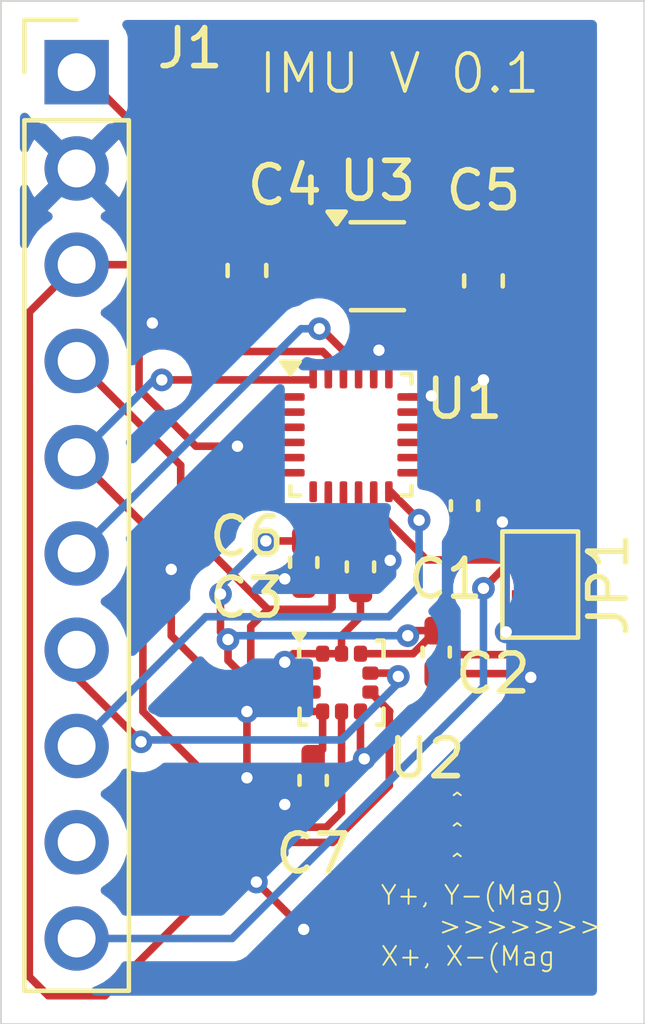
<source format=kicad_pcb>
(kicad_pcb (version 20241229) (generator "pcbnew") (generator_version "9.0")
  (title_block (title "IMU") (date "4/18/25") (rev "0.1"))
  (layers (0 "F.Cu" signal) (2 "B.Cu" signal) (13 "F.Paste" user) (15 "B.Paste" user) (5 "F.SilkS" user "F.Silkscreen") (7 "B.SilkS" user "B.Silkscreen") (1 "F.Mask" user) (3 "B.Mask" user) (25 "Edge.Cuts" user))
  (net 0 "")
  (net 1 "GND")
  (net 2 "/1.8v")
  (net 3 "Net-(U1-REGOUT)")
  (net 4 "Net-(J1-Pin_1)")
  (net 5 "/SDO")
  (net 6 "/INT2")
  (net 7 "/CS1")
  (net 8 "/FSYNC")
  (net 9 "/CS2")
  (net 10 "/INT1")
  (net 11 "/SCLK")
  (net 12 "/SDI")
  (footprint "Sensor_Motion:InvenSense_QFN-24_3x3mm_P0.4mm" (layer "F.Cu") (at 149.5 109.95)
    (property "Reference" "U1" (at 3 -0.95 0) (layer "F.SilkS"))
    (property "Value" "ICM-20948" (hide yes))
    (fp_line (start -1.6 1.6) (end -1.6 1.35) (stroke (width 0.12)) (layer "F.SilkS"))
    (fp_line (start -1.6 1.6) (end -1.35 1.6) (stroke (width 0.12)) (layer "F.SilkS"))
    (fp_line (start 1.6 -1.6) (end 1.35 -1.6) (stroke (width 0.12)) (layer "F.SilkS"))
    (fp_line (start 1.6 -1.6) (end 1.6 -1.35) (stroke (width 0.12)) (layer "F.SilkS"))
    (fp_line (start 1.6 1.6) (end 1.35 1.6) (stroke (width 0.12)) (layer "F.SilkS"))
    (fp_line (start 1.6 1.6) (end 1.6 1.35) (stroke (width 0.12)) (layer "F.SilkS"))
    (fp_poly (pts (xy -1.6 -1.6) (xy -1.84 -1.93) (xy -1.36 -1.93) (xy -1.6 -1.6)) (stroke (width 0.12)) (fill yes) (layer "F.SilkS"))
    (pad "1" smd roundrect (at -1.5 -1) (size 0.55 0.2) (layers "F.Cu" "F.Mask" "F.Paste"))
    (pad "2" smd roundrect (at -1.5 -0.6) (size 0.55 0.2) (layers "F.Cu" "F.Mask" "F.Paste"))
    (pad "3" smd roundrect (at -1.5 -0.2) (size 0.55 0.2) (layers "F.Cu" "F.Mask" "F.Paste"))
    (pad "4" smd roundrect (at -1.5 0.2) (size 0.55 0.2) (layers "F.Cu" "F.Mask" "F.Paste"))
    (pad "5" smd roundrect (at -1.5 0.6) (size 0.55 0.2) (layers "F.Cu" "F.Mask" "F.Paste"))
    (pad "6" smd roundrect (at -1.5 1) (size 0.55 0.2) (layers "F.Cu" "F.Mask" "F.Paste"))
    (pad "7" smd roundrect (at -1 1.5 90) (size 0.55 0.2) (layers "F.Cu" "F.Mask" "F.Paste"))
    (pad "8" smd roundrect (at -0.6 1.5 90) (size 0.55 0.2) (layers "F.Cu" "F.Mask" "F.Paste") (net 2 "/1.8v"))
    (pad "9" smd roundrect (at -0.2 1.5 90) (size 0.55 0.2) (layers "F.Cu" "F.Mask" "F.Paste") (net 5 "/SDO"))
    (pad "10" smd roundrect (at 0.2 1.5 90) (size 0.55 0.2) (layers "F.Cu" "F.Mask" "F.Paste") (net 3 "Net-(U1-REGOUT)"))
    (pad "11" smd roundrect (at 0.6 1.5 90) (size 0.55 0.2) (layers "F.Cu" "F.Mask" "F.Paste") (net 8 "/FSYNC"))
    (pad "12" smd roundrect (at 1 1.5 90) (size 0.55 0.2) (layers "F.Cu" "F.Mask" "F.Paste") (net 10 "/INT1"))
    (pad "13" smd roundrect (at 1.5 1) (size 0.55 0.2) (layers "F.Cu" "F.Mask" "F.Paste") (net 2 "/1.8v"))
    (pad "14" smd roundrect (at 1.5 0.6) (size 0.55 0.2) (layers "F.Cu" "F.Mask" "F.Paste"))
    (pad "15" smd roundrect (at 1.5 0.2) (size 0.55 0.2) (layers "F.Cu" "F.Mask" "F.Paste"))
    (pad "16" smd roundrect (at 1.5 -0.2) (size 0.55 0.2) (layers "F.Cu" "F.Mask" "F.Paste"))
    (pad "17" smd roundrect (at 1.5 -0.6) (size 0.55 0.2) (layers "F.Cu" "F.Mask" "F.Paste"))
    (pad "18" smd roundrect (at 1.5 -1) (size 0.55 0.2) (layers "F.Cu" "F.Mask" "F.Paste") (net 1 "GND"))
    (pad "19" smd roundrect (at 1 -1.5 90) (size 0.55 0.2) (layers "F.Cu" "F.Mask" "F.Paste"))
    (pad "20" smd roundrect (at 0.6 -1.5 90) (size 0.55 0.2) (layers "F.Cu" "F.Mask" "F.Paste") (net 1 "GND"))
    (pad "21" smd roundrect (at 0.2 -1.5 90) (size 0.55 0.2) (layers "F.Cu" "F.Mask" "F.Paste"))
    (pad "22" smd roundrect (at -0.2 -1.5 90) (size 0.55 0.2) (layers "F.Cu" "F.Mask" "F.Paste") (net 7 "/CS1"))
    (pad "23" smd roundrect (at -0.6 -1.5 90) (size 0.55 0.2) (layers "F.Cu" "F.Mask" "F.Paste") (net 11 "/SCLK"))
    (pad "24" smd roundrect (at -1 -1.5 90) (size 0.55 0.2) (layers "F.Cu" "F.Mask" "F.Paste") (net 12 "/SDI"))
  )
  (footprint "Package_TO_SOT_SMD:SOT-353_SC-70-5" (layer "F.Cu") (at 150.2 105.5)
    (property "Reference" "U3" (at 0 -2.25 0) (layer "F.SilkS"))
    (property "Value" "MIC5365-1.8YC5" (hide yes))
    (fp_line (start -0.71 -1.16) (end 0.7 -1.16) (stroke (width 0.12)) (layer "F.SilkS"))
    (fp_line (start -0.7 1.16) (end 0.7 1.16) (stroke (width 0.12)) (layer "F.SilkS"))
    (fp_poly (pts (xy -1.08 -1.11) (xy -1.32 -1.44) (xy -0.84 -1.44) (xy -1.08 -1.11)) (stroke (width 0.12)) (fill yes) (layer "F.SilkS"))
    (pad "1" smd roundrect (at -0.95 -0.65) (size 0.65 0.4) (layers "F.Cu" "F.Mask" "F.Paste") (net 4 "Net-(J1-Pin_1)"))
    (pad "2" smd roundrect (at -0.95 0) (size 0.65 0.4) (layers "F.Cu" "F.Mask" "F.Paste") (net 1 "GND"))
    (pad "3" smd roundrect (at -0.95 0.65) (size 0.65 0.4) (layers "F.Cu" "F.Mask" "F.Paste") (net 4 "Net-(J1-Pin_1)"))
    (pad "4" smd roundrect (at 0.95 0.65) (size 0.65 0.4) (layers "F.Cu" "F.Mask" "F.Paste"))
    (pad "5" smd roundrect (at 0.95 -0.65) (size 0.65 0.4) (layers "F.Cu" "F.Mask" "F.Paste") (net 2 "/1.8v"))
  )
  (footprint "Capacitor_SMD:C_0402_1005Metric_Pad0.74x0.62mm_HandSolder" (layer "F.Cu") (at 148.25 113.3175 -90)
    (property "Reference" "C6" (at -0.6825 1.5 180) (layer "F.SilkS"))
    (property "Value" "0.1uf" (hide yes))
    (fp_line (start -0.115835 0.36) (end 0.115835 0.36) (stroke (width 0.12)) (layer "F.SilkS"))
    (fp_line (start -0.115835 -0.36) (end 0.115835 -0.36) (stroke (width 0.12)) (layer "F.SilkS"))
    (pad "1" smd roundrect (at -0.5675 0 270) (size 0.735 0.62) (layers "F.Cu" "F.Mask" "F.Paste") (net 2 "/1.8v"))
    (pad "2" smd roundrect (at 0.5675 0 270) (size 0.735 0.62) (layers "F.Cu" "F.Mask" "F.Paste") (net 1 "GND"))
  )
  (footprint "Capacitor_SMD:C_0603_1608Metric_Pad1.08x0.95mm_HandSolder" (layer "F.Cu") (at 146.75 105.6125 -90)
    (property "Reference" "C4" (at -2.25 -1 180) (layer "F.SilkS"))
    (property "Value" "1uf" (hide yes))
    (fp_line (start -0.146267 0.51) (end 0.146267 0.51) (stroke (width 0.12)) (layer "F.SilkS"))
    (fp_line (start -0.146267 -0.51) (end 0.146267 -0.51) (stroke (width 0.12)) (layer "F.SilkS"))
    (pad "1" smd roundrect (at -0.8625 0 270) (size 1.075 0.95) (layers "F.Cu" "F.Mask" "F.Paste") (net 4 "Net-(J1-Pin_1)"))
    (pad "2" smd roundrect (at 0.8625 0 270) (size 1.075 0.95) (layers "F.Cu" "F.Mask" "F.Paste") (net 1 "GND"))
  )
  (footprint "Capacitor_SMD:C_0402_1005Metric_Pad0.74x0.62mm_HandSolder" (layer "F.Cu") (at 151.75 115.6825 -90)
    (property "Reference" "C2" (at 0.5675 -1.5 180) (layer "F.SilkS"))
    (property "Value" "0.1uf" (hide yes))
    (fp_line (start -0.115835 0.36) (end 0.115835 0.36) (stroke (width 0.12)) (layer "F.SilkS"))
    (fp_line (start -0.115835 -0.36) (end 0.115835 -0.36) (stroke (width 0.12)) (layer "F.SilkS"))
    (pad "1" smd roundrect (at -0.5675 0 270) (size 0.735 0.62) (layers "F.Cu" "F.Mask" "F.Paste") (net 2 "/1.8v"))
    (pad "2" smd roundrect (at 0.5675 0 270) (size 0.735 0.62) (layers "F.Cu" "F.Mask" "F.Paste") (net 1 "GND"))
  )
  (footprint "Capacitor_SMD:C_0603_1608Metric_Pad1.08x0.95mm_HandSolder" (layer "F.Cu") (at 153 105.8875 -90)
    (property "Reference" "C5" (at -2.3875 0 180) (layer "F.SilkS"))
    (property "Value" "1uf" (hide yes))
    (fp_line (start -0.146267 0.51) (end 0.146267 0.51) (stroke (width 0.12)) (layer "F.SilkS"))
    (fp_line (start -0.146267 -0.51) (end 0.146267 -0.51) (stroke (width 0.12)) (layer "F.SilkS"))
    (pad "1" smd roundrect (at -0.8625 0 270) (size 1.075 0.95) (layers "F.Cu" "F.Mask" "F.Paste") (net 2 "/1.8v"))
    (pad "2" smd roundrect (at 0.8625 0 270) (size 1.075 0.95) (layers "F.Cu" "F.Mask" "F.Paste") (net 1 "GND"))
  )
  (footprint "Package_LGA:ST_HLGA-10_2x2mm_P0.5mm_LayoutBorder3x2y" (layer "F.Cu") (at 149.25 116.4875)
    (property "Reference" "U2" (at 2.25 2 0) (layer "F.SilkS"))
    (property "Value" "~" (hide yes))
    (fp_line (start -1.12 -0.685) (end -1.12 -0.88) (stroke (width 0.12)) (layer "F.SilkS"))
    (fp_line (start -1.11 1.11) (end -1.11 0.685) (stroke (width 0.12)) (layer "F.SilkS"))
    (fp_line (start -0.935 1.11) (end -1.11 1.11) (stroke (width 0.12)) (layer "F.SilkS"))
    (fp_line (start 0.935 -1.11) (end 1.11 -1.11) (stroke (width 0.12)) (layer "F.SilkS"))
    (fp_line (start 0.935 1.11) (end 1.11 1.11) (stroke (width 0.12)) (layer "F.SilkS"))
    (fp_line (start 1.11 -1.11) (end 1.11 -0.685) (stroke (width 0.12)) (layer "F.SilkS"))
    (fp_line (start 1.11 1.11) (end 1.11 0.685) (stroke (width 0.12)) (layer "F.SilkS"))
    (fp_poly (pts (xy -1.12 -1.12) (xy -1.26 -1.31) (xy -0.98 -1.31)) (stroke (width 0.12)) (fill yes) (layer "F.SilkS"))
    (pad "1" smd roundrect (at 0.7625 -0.25) (size 0.425 0.35) (layers "F.Cu" "F.Mask" "F.Paste") (net 9 "/CS2"))
    (pad "2" smd roundrect (at 0.7625 0.25) (size 0.425 0.35) (layers "F.Cu" "F.Mask" "F.Paste") (net 11 "/SCLK"))
    (pad "3" smd roundrect (at 0.5 0.7625) (size 0.35 0.425) (layers "F.Cu" "F.Mask" "F.Paste") (net 1 "GND"))
    (pad "4" smd roundrect (at 0 0.7625) (size 0.35 0.425) (layers "F.Cu" "F.Mask" "F.Paste") (net 12 "/SDI"))
    (pad "5" smd roundrect (at -0.5 0.7625) (size 0.35 0.425) (layers "F.Cu" "F.Mask" "F.Paste") (net 2 "/1.8v"))
    (pad "6" smd roundrect (at -0.7625 0.25) (size 0.425 0.35) (layers "F.Cu" "F.Mask" "F.Paste") (net 5 "/SDO"))
    (pad "7" smd roundrect (at -0.7625 -0.25) (size 0.425 0.35) (layers "F.Cu" "F.Mask" "F.Paste"))
    (pad "8" smd roundrect (at -0.5 -0.7625) (size 0.35 0.425) (layers "F.Cu" "F.Mask" "F.Paste") (net 1 "GND"))
    (pad "9" smd roundrect (at 0 -0.7625) (size 0.35 0.425) (layers "F.Cu" "F.Mask" "F.Paste") (net 1 "GND"))
    (pad "10" smd roundrect (at 0.5 -0.7625) (size 0.35 0.425) (layers "F.Cu" "F.Mask" "F.Paste") (net 2 "/1.8v"))
  )
  (footprint "Capacitor_SMD:C_0402_1005Metric_Pad0.74x0.62mm_HandSolder" (layer "F.Cu") (at 152.5 111.8175 -90)
    (property "Reference" "C1" (at 1.9325 0.5 0) (layer "F.SilkS"))
    (property "Value" "0.1uf" (hide yes))
    (fp_line (start -0.115835 0.36) (end 0.115835 0.36) (stroke (width 0.12)) (layer "F.SilkS"))
    (fp_line (start -0.115835 -0.36) (end 0.115835 -0.36) (stroke (width 0.12)) (layer "F.SilkS"))
    (pad "1" smd roundrect (at -0.5675 0 270) (size 0.735 0.62) (layers "F.Cu" "F.Mask" "F.Paste") (net 2 "/1.8v"))
    (pad "2" smd roundrect (at 0.5675 0 270) (size 0.735 0.62) (layers "F.Cu" "F.Mask" "F.Paste") (net 1 "GND"))
  )
  (footprint "Jumper:SolderJumper-2_P1.3mm_Open_Pad1.0x1.5mm" (layer "F.Cu") (at 154.5 113.9 -90)
    (property "Reference" "JP1" (at 0 -1.8 90) (layer "F.SilkS"))
    (property "Value" "SolderJumper_2_Open" (hide yes))
    (fp_line (start -1.4 1) (end -1.4 -1) (stroke (width 0.12)) (layer "F.SilkS"))
    (fp_line (start 1.4 1) (end -1.4 1) (stroke (width 0.12)) (layer "F.SilkS"))
    (fp_line (start -1.4 -1) (end 1.4 -1) (stroke (width 0.12)) (layer "F.SilkS"))
    (fp_line (start 1.4 -1) (end 1.4 1) (stroke (width 0.12)) (layer "F.SilkS"))
    (pad "1" smd rect (at -0.65 0 270) (size 1 1.5) (layers "F.Cu" "F.Mask") (net 8 "/FSYNC"))
    (pad "2" smd rect (at 0.65 0 270) (size 1 1.5) (layers "F.Cu" "F.Mask") (net 1 "GND"))
  )
  (footprint "Capacitor_SMD:C_0402_1005Metric_Pad0.74x0.62mm_HandSolder" (layer "F.Cu") (at 148.5 119.0675 -90)
    (property "Reference" "C7" (at 1.9325 0 0) (layer "F.SilkS"))
    (property "Value" "0.1uf" (hide yes))
    (fp_line (start -0.115835 0.36) (end 0.115835 0.36) (stroke (width 0.12)) (layer "F.SilkS"))
    (fp_line (start -0.115835 -0.36) (end 0.115835 -0.36) (stroke (width 0.12)) (layer "F.SilkS"))
    (pad "1" smd roundrect (at -0.5675 0 270) (size 0.735 0.62) (layers "F.Cu" "F.Mask" "F.Paste") (net 2 "/1.8v"))
    (pad "2" smd roundrect (at 0.5675 0 270) (size 0.735 0.62) (layers "F.Cu" "F.Mask" "F.Paste") (net 1 "GND"))
  )
  (footprint "Capacitor_SMD:C_0402_1005Metric_Pad0.74x0.62mm_HandSolder" (layer "F.Cu") (at 149.75 113.4325 -90)
    (property "Reference" "C3" (at 0.8175 3 180) (layer "F.SilkS"))
    (property "Value" "0.1uf" (hide yes))
    (fp_line (start -0.115835 0.36) (end 0.115835 0.36) (stroke (width 0.12)) (layer "F.SilkS"))
    (fp_line (start -0.115835 -0.36) (end 0.115835 -0.36) (stroke (width 0.12)) (layer "F.SilkS"))
    (pad "1" smd roundrect (at -0.5675 0 270) (size 0.735 0.62) (layers "F.Cu" "F.Mask" "F.Paste") (net 3 "Net-(U1-REGOUT)"))
    (pad "2" smd roundrect (at 0.5675 0 270) (size 0.735 0.62) (layers "F.Cu" "F.Mask" "F.Paste") (net 1 "GND"))
  )
  (footprint "Connector_PinHeader_2.54mm:PinHeader_1x10_P2.54mm_Vertical" (layer "F.Cu") (at 142.25 100.38)
    (property "Reference" "J1" (at 3 -0.63 0) (layer "F.SilkS"))
    (property "Value" "Pin Bus" (hide yes))
    (fp_line (start -1.38 -1.38) (end 0 -1.38) (stroke (width 0.12)) (layer "F.SilkS"))
    (fp_line (start -1.38 0) (end -1.38 -1.38) (stroke (width 0.12)) (layer "F.SilkS"))
    (fp_line (start -1.38 1.27) (end -1.38 24.24) (stroke (width 0.12)) (layer "F.SilkS"))
    (fp_line (start -1.38 1.27) (end 1.38 1.27) (stroke (width 0.12)) (layer "F.SilkS"))
    (fp_line (start -1.38 24.24) (end 1.38 24.24) (stroke (width 0.12)) (layer "F.SilkS"))
    (fp_line (start 1.38 1.27) (end 1.38 24.24) (stroke (width 0.12)) (layer "F.SilkS"))
    (pad "1" thru_hole rect (at 0 0) (size 1.7 1.7) (drill 1) (layers "*.Cu" "*.Mask") (net 4 "Net-(J1-Pin_1)"))
    (pad "2" thru_hole circle (at 0 2.54) (size 1.7 1.7) (drill 1) (layers "*.Cu" "*.Mask") (net 1 "GND"))
    (pad "3" thru_hole circle (at 0 5.08) (size 1.7 1.7) (drill 1) (layers "*.Cu" "*.Mask") (net 11 "/SCLK"))
    (pad "4" thru_hole circle (at 0 7.62) (size 1.7 1.7) (drill 1) (layers "*.Cu" "*.Mask") (net 5 "/SDO"))
    (pad "5" thru_hole circle (at 0 10.16) (size 1.7 1.7) (drill 1) (layers "*.Cu" "*.Mask") (net 12 "/SDI"))
    (pad "6" thru_hole circle (at 0 12.7) (size 1.7 1.7) (drill 1) (layers "*.Cu" "*.Mask") (net 7 "/CS1"))
    (pad "7" thru_hole circle (at 0 15.24) (size 1.7 1.7) (drill 1) (layers "*.Cu" "*.Mask") (net 9 "/CS2"))
    (pad "8" thru_hole circle (at 0 17.78) (size 1.7 1.7) (drill 1) (layers "*.Cu" "*.Mask") (net 10 "/INT1"))
    (pad "9" thru_hole circle (at 0 20.32) (size 1.7 1.7) (drill 1) (layers "*.Cu" "*.Mask") (net 6 "/INT2"))
    (pad "10" thru_hole circle (at 0 22.86) (size 1.7 1.7) (drill 1) (layers "*.Cu" "*.Mask") (net 8 "/FSYNC"))
  )
  (gr_rect (start 140.25 98.5) (end 157.25 125.5) (stroke (width 0.05)) (fill no) (layer "Edge.Cuts"))
  (gr_text "IMU V 0.1" (at 147 101 0) (layer "F.SilkS") (effects (font (size 1 1) (thickness 0.1)) (justify left bottom)))
  (gr_text "   	^\n	^\n	^\nY+, Y-(Mag)\n    >>>>>>>\nX+, X-(Mag" (at 150.25 124 0) (layer "F.SilkS") (effects (font (size 0.5 0.5) (thickness 0.05)) (justify left bottom)))
  (segment (start 142.25 102.92) (end 145.805 106.475) (width 0.2) (layer "F.Cu") (net 1))
  (segment (start 149.25 115.725) (end 149.25 115.25) (width 0.2) (layer "F.Cu") (net 1))
  (segment (start 147.725 105.5) (end 149.25 105.5) (width 0.2) (layer "F.Cu") (net 1))
  (segment (start 147.885 113.885) (end 147.75 113.75) (width 0.2) (layer "F.Cu") (net 1))
  (segment (start 154.2 114.55) (end 153.6 115.15) (width 0.2) (layer "F.Cu") (net 1))
  (segment (start 149.25 115.25) (end 149.75 114.75) (width 0.2) (layer "F.Cu") (net 1))
  (segment (start 143.899 107.351) (end 144.25 107) (width 0.2) (layer "F.Cu") (net 1))
  (segment (start 149.75 117.25) (end 149.75 118.4) (width 0.2) (layer "F.Cu") (net 1))
  (segment (start 149.75 114) (end 149.797511 114) (width 0.2) (layer "F.Cu") (net 1))
  (segment (start 143.899 108.748943) (end 143.899 107.351) (width 0.2) (layer "F.Cu") (net 1))
  (segment (start 154.5 114.55) (end 154.2 114.55) (width 0.2) (layer "F.Cu") (net 1))
  (segment (start 150.1 108.45) (end 150.1 107.854501) (width 0.2) (layer "F.Cu") (net 1))
  (segment (start 151.75 116.25) (end 154.15 116.25) (width 0.2) (layer "F.Cu") (net 1))
  (segment (start 148.5 119.635) (end 147.8185 119.635) (width 0.2) (layer "F.Cu") (net 1))
  (segment (start 144.75 115.25) (end 144.75 113.5) (width 0.2) (layer "F.Cu") (net 1))
  (segment (start 149.75 114.75) (end 149.75 114) (width 0.2) (layer "F.Cu") (net 1))
  (segment (start 148.25 113.885) (end 147.885 113.885) (width 0.2) (layer "F.Cu") (net 1))
  (segment (start 151 108.95) (end 151.594056 108.95) (width 0.2) (layer "F.Cu") (net 1))
  (segment (start 146.75 106.475) (end 147.725 105.5) (width 0.2) (layer "F.Cu") (net 1))
  (segment (start 154.15 116.25) (end 154.25 116.35) (width 0.2) (layer "F.Cu") (net 1))
  (segment (start 149.75 118.4) (end 149.85 118.5) (width 0.2) (layer "F.Cu") (net 1))
  (segment (start 153 108.5) (end 153 106.75) (width 0.2) (layer "F.Cu") (net 1))
  (segment (start 153.5 112.25) (end 152.635 112.25) (width 0.2) (layer "F.Cu") (net 1))
  (segment (start 148.75 115.725) (end 149.25 115.725) (width 0.2) (layer "F.Cu") (net 1))
  (segment (start 147.8185 119.635) (end 147.75 119.7035) (width 0.2) (layer "F.Cu") (net 1))
  (segment (start 150.1 107.854501) (end 150.238107 107.716394) (width 0.2) (layer "F.Cu") (net 1))
  (segment (start 146.75 119) (end 146.75 117.25) (width 0.2) (layer "F.Cu") (net 1))
  (segment (start 151.594056 108.95) (end 151.624001 108.920055) (width 0.2) (layer "F.Cu") (net 1))
  (segment (start 148.75 115.725) (end 147.974029 115.725) (width 0.2) (layer "F.Cu") (net 1))
  (segment (start 152.635 112.25) (end 152.5 112.385) (width 0.2) (layer "F.Cu") (net 1))
  (segment (start 147.974029 115.725) (end 147.75 115.949029) (width 0.2) (layer "F.Cu") (net 1))
  (segment (start 148.25 123) (end 147 121.75) (width 0.2) (layer "F.Cu") (net 1))
  (segment (start 149.797511 114) (end 150.535337 113.262174) (width 0.2) (layer "F.Cu") (net 1))
  (segment (start 146.5 110.25) (end 145.400057 110.25) (width 0.2) (layer "F.Cu") (net 1))
  (segment (start 145.805 106.475) (end 146.75 106.475) (width 0.2) (layer "F.Cu") (net 1))
  (segment (start 145.400057 110.25) (end 143.899 108.748943) (width 0.2) (layer "F.Cu") (net 1))
  (segment (start 146.75 117.25) (end 144.75 115.25) (width 0.2) (layer "F.Cu") (net 1))
  (via (at 146.75 119) (size 0.6) (drill 0.3) (layers "F.Cu" "B.Cu") (net 1))
  (via (at 148.25 123) (size 0.6) (drill 0.3) (layers "F.Cu" "B.Cu") (net 1))
  (via (at 146.5 110.25) (size 0.6) (drill 0.3) (layers "F.Cu" "B.Cu") (net 1))
  (via (at 146.75 117.25) (size 0.6) (drill 0.3) (layers "F.Cu" "B.Cu") (net 1))
  (via (at 144.75 113.5) (size 0.6) (drill 0.3) (layers "F.Cu" "B.Cu") (net 1))
  (via (at 147.75 113.75) (size 0.6) (drill 0.3) (layers "F.Cu" "B.Cu") (net 1))
  (via (at 147.75 119.7035) (size 0.6) (drill 0.3) (layers "F.Cu" "B.Cu") (net 1))
  (via (at 147.75 115.949029) (size 0.6) (drill 0.3) (layers "F.Cu" "B.Cu") (net 1))
  (via (at 151.624001 108.920055) (size 0.6) (drill 0.3) (layers "F.Cu" "B.Cu") (net 1))
  (via (at 147 121.75) (size 0.6) (drill 0.3) (layers "F.Cu" "B.Cu") (net 1))
  (via (at 149.85 118.5) (size 0.6) (drill 0.3) (layers "F.Cu" "B.Cu") (net 1))
  (via (at 144.25 107) (size 0.6) (drill 0.3) (layers "F.Cu" "B.Cu") (net 1))
  (via (at 153.6 115.15) (size 0.6) (drill 0.3) (layers "F.Cu" "B.Cu") (net 1))
  (via (at 153 108.5) (size 0.6) (drill 0.3) (layers "F.Cu" "B.Cu") (net 1))
  (via (at 150.535337 113.262174) (size 0.6) (drill 0.3) (layers "F.Cu" "B.Cu") (net 1))
  (via (at 150.238107 107.716394) (size 0.6) (drill 0.3) (layers "F.Cu" "B.Cu") (net 1))
  (via (at 153.5 112.25) (size 0.6) (drill 0.3) (layers "F.Cu" "B.Cu") (net 1))
  (via (at 154.25 116.35) (size 0.6) (drill 0.3) (layers "F.Cu" "B.Cu") (net 1))
  (segment (start 154.25 116.35) (end 154.1 116.5) (width 0.2) (layer "B.Cu") (net 1))
  (segment (start 147 121.75) (end 147.75 121) (width 0.2) (layer "B.Cu") (net 1))
  (segment (start 147.75 116.25) (end 146.75 117.25) (width 0.2) (layer "B.Cu") (net 1))
  (segment (start 147.75 115.949029) (end 147.75 116.25) (width 0.2) (layer "B.Cu") (net 1))
  (segment (start 147.75 121) (end 147.75 119.7035) (width 0.2) (layer "B.Cu") (net 1))
  (segment (start 153.6 112.35) (end 153.5 112.25) (width 0.2) (layer "B.Cu") (net 1))
  (segment (start 149.85 118.5) (end 148.6465 119.7035) (width 0.2) (layer "B.Cu") (net 1))
  (segment (start 148.6465 119.7035) (end 147.75 119.7035) (width 0.2) (layer "B.Cu") (net 1))
  (segment (start 153.6 115.15) (end 153.6 112.35) (width 0.2) (layer "B.Cu") (net 1))
  (segment (start 151.75 115.115) (end 151.135 115.115) (width 0.2) (layer "F.Cu") (net 2))
  (segment (start 147.299972 116.950029) (end 147.868581 116.950029) (width 0.2) (layer "F.Cu") (net 2))
  (segment (start 151.135 115.115) (end 151 115.25) (width 0.2) (layer "F.Cu") (net 2))
  (segment (start 148.75 117.25) (end 148.75 118.25) (width 0.2) (layer "F.Cu") (net 2))
  (segment (start 146.051472 114.15) (end 146.051472 115.151472) (width 0.2) (layer "F.Cu") (net 2))
  (segment (start 148.168552 117.25) (end 148.75 117.25) (width 0.2) (layer "F.Cu") (net 2))
  (segment (start 152.224 105.801) (end 152.224 110.974) (width 0.2) (layer "F.Cu") (net 2))
  (segment (start 147.868581 116.950029) (end 148.168552 117.25) (width 0.2) (layer "F.Cu") (net 2))
  (segment (start 146.25 115.35) (end 146.25 115.900057) (width 0.2) (layer "F.Cu") (net 2))
  (segment (start 146.051472 115.151472) (end 146.25 115.35) (width 0.2) (layer "F.Cu") (net 2))
  (segment (start 152.5 111.25) (end 154.352 111.25) (width 0.2) (layer "F.Cu") (net 2))
  (segment (start 148.9 111.85) (end 148.25 112.5) (width 0.2) (layer "F.Cu") (net 2))
  (segment (start 148.75 118.25) (end 148.5 118.5) (width 0.2) (layer "F.Cu") (net 2))
  (segment (start 151.15 104.85) (end 152.825 104.85) (width 0.2) (layer "F.Cu") (net 2))
  (segment (start 152.825 104.85) (end 153 105.025) (width 0.2) (layer "F.Cu") (net 2))
  (segment (start 148.25 112.5) (end 148.25 112.75) (width 0.2) (layer "F.Cu") (net 2))
  (segment (start 153 105.025) (end 152.224 105.801) (width 0.2) (layer "F.Cu") (net 2))
  (segment (start 149.75 115.725) (end 151.14 115.725) (width 0.2) (layer "F.Cu") (net 2))
  (segment (start 151 110.95) (end 152.2 110.95) (width 0.2) (layer "F.Cu") (net 2))
  (segment (start 154.352 111.25) (end 155.75 112.648) (width 0.2) (layer "F.Cu") (net 2))
  (segment (start 155.75 115.75) (end 152.385 115.75) (width 0.2) (layer "F.Cu") (net 2))
  (segment (start 152.224 110.974) (end 152.5 111.25) (width 0.2) (layer "F.Cu") (net 2))
  (segment (start 146.25 115.900057) (end 147.299972 116.950029) (width 0.2) (layer "F.Cu") (net 2))
  (segment (start 147.25 112.75) (end 148.25 112.75) (width 0.2) (layer "F.Cu") (net 2))
  (segment (start 151.14 115.725) (end 151.75 115.115) (width 0.2) (layer "F.Cu") (net 2))
  (segment (start 152.2 110.95) (end 152.5 111.25) (width 0.2) (layer "F.Cu") (net 2))
  (segment (start 155.75 112.648) (end 155.75 115.75) (width 0.2) (layer "F.Cu") (net 2))
  (segment (start 152.385 115.75) (end 151.75 115.115) (width 0.2) (layer "F.Cu") (net 2))
  (segment (start 148.9 111.45) (end 148.9 111.85) (width 0.2) (layer "F.Cu") (net 2))
  (via (at 147.25 112.75) (size 0.6) (drill 0.3) (layers "F.Cu" "B.Cu") (net 2))
  (via (at 146.25 115.35) (size 0.6) (drill 0.3) (layers "F.Cu" "B.Cu") (net 2))
  (via (at 151 115.25) (size 0.6) (drill 0.3) (layers "F.Cu" "B.Cu") (net 2))
  (via (at 146.051472 114.15) (size 0.6) (drill 0.3) (layers "F.Cu" "B.Cu") (net 2))
  (segment (start 146.35 115.25) (end 146.25 115.35) (width 0.2) (layer "B.Cu") (net 2))
  (segment (start 146.051472 113.948528) (end 147.25 112.75) (width 0.2) (layer "B.Cu") (net 2))
  (segment (start 151 115.25) (end 146.35 115.25) (width 0.2) (layer "B.Cu") (net 2))
  (segment (start 146.051472 114.15) (end 146.051472 113.948528) (width 0.2) (layer "B.Cu") (net 2))
  (segment (start 149.7 112.815) (end 149.75 112.865) (width 0.2) (layer "F.Cu") (net 3))
  (segment (start 149.7 111.45) (end 149.7 112.815) (width 0.2) (layer "F.Cu") (net 3))
  (segment (start 149.49487 106.15) (end 149.876 105.76887) (width 0.2) (layer "F.Cu") (net 4))
  (segment (start 149.25 106.15) (end 149.49487 106.15) (width 0.2) (layer "F.Cu") (net 4))
  (segment (start 142.25 100.38) (end 142.38 100.38) (width 0.2) (layer "F.Cu") (net 4))
  (segment (start 149.15 104.75) (end 149.25 104.85) (width 0.2) (layer "F.Cu") (net 4))
  (segment (start 149.876 105.76887) (end 149.876 105.076) (width 0.2) (layer "F.Cu") (net 4))
  (segment (start 142.38 100.38) (end 146.75 104.75) (width 0.2) (layer "F.Cu") (net 4))
  (segment (start 146.75 104.75) (end 149.15 104.75) (width 0.2) (layer "F.Cu") (net 4))
  (segment (start 149.65 104.85) (end 149.25 104.85) (width 0.2) (layer "F.Cu") (net 4))
  (segment (start 149.876 105.076) (end 149.65 104.85) (width 0.2) (layer "F.Cu") (net 4))
  (segment (start 148.9465 114.5535) (end 147.3035 114.5535) (width 0.2) (layer "F.Cu") (net 5))
  (segment (start 148.4875 116.7375) (end 148.223152 116.7375) (width 0.2) (layer "F.Cu") (net 5))
  (segment (start 148.034681 116.549029) (end 147.466072 116.549029) (width 0.2) (layer "F.Cu") (net 5))
  (segment (start 147.3035 114.5535) (end 145 112.25) (width 0.2) (layer "F.Cu") (net 5))
  (segment (start 149 114.5) (end 148.9465 114.5535) (width 0.2) (layer "F.Cu") (net 5))
  (segment (start 149 112.5) (end 149 114.5) (width 0.2) (layer "F.Cu") (net 5))
  (segment (start 146.851 115.006) (end 147.3035 114.5535) (width 0.2) (layer "F.Cu") (net 5))
  (segment (start 146.851 115.933957) (end 146.851 115.006) (width 0.2) (layer "F.Cu") (net 5))
  (segment (start 147.466072 116.549029) (end 146.851 115.933957) (width 0.2) (layer "F.Cu") (net 5))
  (segment (start 149.3 112.2) (end 149 112.5) (width 0.2) (layer "F.Cu") (net 5))
  (segment (start 149.3 111.45) (end 149.3 112.2) (width 0.2) (layer "F.Cu") (net 5))
  (segment (start 148.223152 116.7375) (end 148.034681 116.549029) (width 0.2) (layer "F.Cu") (net 5))
  (segment (start 145 110.75) (end 142.25 108) (width 0.2) (layer "F.Cu") (net 5))
  (segment (start 145 112.25) (end 145 110.75) (width 0.2) (layer "F.Cu") (net 5))
  (segment (start 149.3 108.45) (end 149.3 108.0671) (width 0.2) (layer "F.Cu") (net 7))
  (segment (start 149.3 108.0671) (end 149.301 108.0661) (width 0.2) (layer "F.Cu") (net 7))
  (segment (start 148.7171 107.15) (end 148.662541 107.15) (width 0.2) (layer "F.Cu") (net 7))
  (segment (start 149.301 107.7339) (end 148.7171 107.15) (width 0.2) (layer "F.Cu") (net 7))
  (segment (start 149.301 108.0661) (end 149.301 107.7339) (width 0.2) (layer "F.Cu") (net 7))
  (via (at 148.662541 107.15) (size 0.6) (drill 0.3) (layers "F.Cu" "B.Cu") (net 7))
  (segment (start 148.18 107.15) (end 148.662541 107.15) (width 0.2) (layer "B.Cu") (net 7))
  (segment (start 142.25 113.08) (end 148.18 107.15) (width 0.2) (layer "B.Cu") (net 7))
  (segment (start 153.75 113.25) (end 153 114) (width 0.2) (layer "F.Cu") (net 8))
  (segment (start 151.5 113.25) (end 154.5 113.25) (width 0.2) (layer "F.Cu") (net 8))
  (segment (start 150.1 111.45) (end 150.1 111.85) (width 0.2) (layer "F.Cu") (net 8))
  (segment (start 150.1 111.85) (end 151.5 113.25) (width 0.2) (layer "F.Cu") (net 8))
  (segment (start 154.5 113.25) (end 153.75 113.25) (width 0.2) (layer "F.Cu") (net 8))
  (via (at 153 114) (size 0.6) (drill 0.3) (layers "F.Cu" "B.Cu") (net 8))
  (segment (start 146.359943 123.24) (end 142.25 123.24) (width 0.2) (layer "B.Cu") (net 8))
  (segment (start 153 116.599943) (end 146.359943 123.24) (width 0.2) (layer "B.Cu") (net 8))
  (segment (start 153 114) (end 153 116.599943) (width 0.2) (layer "B.Cu") (net 8))
  (segment (start 150.0125 116.2375) (end 150.6625 116.2375) (width 0.2) (layer "F.Cu") (net 9))
  (segment (start 150.6625 116.2375) (end 150.75 116.325) (width 0.2) (layer "F.Cu") (net 9))
  (segment (start 142.25 116.34853) (end 142.25 115.62) (width 0.2) (layer "F.Cu") (net 9))
  (segment (start 143.950735 118.049265) (end 142.25 116.34853) (width 0.2) (layer "F.Cu") (net 9))
  (via (at 150.75 116.325) (size 0.6) (drill 0.3) (layers "F.Cu" "B.Cu") (net 9))
  (via (at 143.950735 118.049265) (size 0.6) (drill 0.3) (layers "F.Cu" "B.Cu") (net 9))
  (segment (start 150.75 116.5) (end 149.25 118) (width 0.2) (layer "B.Cu") (net 9))
  (segment (start 150.75 116.325) (end 150.75 116.5) (width 0.2) (layer "B.Cu") (net 9))
  (segment (start 149.25 118) (end 144 118) (width 0.2) (layer "B.Cu") (net 9))
  (segment (start 144 118) (end 143.950735 118.049265) (width 0.2) (layer "B.Cu") (net 9))
  (segment (start 150.54853 111.45) (end 151.299265 112.200735) (width 0.2) (layer "F.Cu") (net 10))
  (segment (start 150.5 111.45) (end 150.54853 111.45) (width 0.2) (layer "F.Cu") (net 10))
  (via (at 151.299265 112.200735) (size 0.6) (drill 0.3) (layers "F.Cu" "B.Cu") (net 10))
  (segment (start 150.5 114.75) (end 145.66 114.75) (width 0.2) (layer "B.Cu") (net 10))
  (segment (start 151.299265 113.950735) (end 150.5 114.75) (width 0.2) (layer "B.Cu") (net 10))
  (segment (start 151.299265 112.200735) (end 151.299265 113.950735) (width 0.2) (layer "B.Cu") (net 10))
  (segment (start 145.66 114.75) (end 142.25 118.16) (width 0.2) (layer "B.Cu") (net 10))
  (segment (start 147.0455 120.7045) (end 143 124.75) (width 0.2) (layer "F.Cu") (net 11))
  (segment (start 148.75 107.75) (end 146.25 107.75) (width 0.2) (layer "F.Cu") (net 11))
  (segment (start 146.25 107.75) (end 143.96 105.46) (width 0.2) (layer "F.Cu") (net 11))
  (segment (start 148.9 107.9) (end 148.75 107.75) (width 0.2) (layer "F.Cu") (net 11))
  (segment (start 150.5125 119.206276) (end 149.014276 120.7045) (width 0.2) (layer "F.Cu") (net 11))
  (segment (start 143 124.75) (end 141.5 124.75) (width 0.2) (layer "F.Cu") (net 11))
  (segment (start 149.014276 120.7045) (end 147.0455 120.7045) (width 0.2) (layer "F.Cu") (net 11))
  (segment (start 141 106.71) (end 142.25 105.46) (width 0.2) (layer "F.Cu") (net 11))
  (segment (start 141 124.25) (end 141 106.71) (width 0.2) (layer "F.Cu") (net 11))
  (segment (start 143.96 105.46) (end 142.25 105.46) (width 0.2) (layer "F.Cu") (net 11))
  (segment (start 141.5 124.75) (end 141 124.25) (width 0.2) (layer "F.Cu") (net 11))
  (segment (start 150.5125 117.2375) (end 150.5125 119.206276) (width 0.2) (layer "F.Cu") (net 11))
  (segment (start 150.0125 116.7375) (end 150.5125 117.2375) (width 0.2) (layer "F.Cu") (net 11))
  (segment (start 148.9 108.45) (end 148.9 107.9) (width 0.2) (layer "F.Cu") (net 11))
  (segment (start 150.5125 117.2375) (end 150.525 117.25) (width 0.2) (layer "F.Cu") (net 11))
  (segment (start 144 112.29) (end 142.25 110.54) (width 0.2) (layer "F.Cu") (net 12))
  (segment (start 144.5 108.5) (end 148.45 108.5) (width 0.2) (layer "F.Cu") (net 12))
  (segment (start 149.25 117.25) (end 149.25 119.901676) (width 0.2) (layer "F.Cu") (net 12))
  (segment (start 149.25 119.901676) (end 148.848176 120.3035) (width 0.2) (layer "F.Cu") (net 12))
  (segment (start 148.45 108.5) (end 148.5 108.45) (width 0.2) (layer "F.Cu") (net 12))
  (segment (start 148.848176 120.3035) (end 147.0535 120.3035) (width 0.2) (layer "F.Cu") (net 12))
  (segment (start 144 117.25) (end 144 112.29) (width 0.2) (layer "F.Cu") (net 12))
  (segment (start 147.0535 120.3035) (end 144 117.25) (width 0.2) (layer "F.Cu") (net 12))
  (via (at 144.5 108.5) (size 0.6) (drill 0.3) (layers "F.Cu" "B.Cu") (net 12))
  (segment (start 144.29 108.5) (end 142.25 110.54) (width 0.2) (layer "B.Cu") (net 12))
  (segment (start 144.5 108.5) (end 144.29 108.5) (width 0.2) (layer "B.Cu") (net 12))
  (zone (net 0) (net_name "") (layers "F.Cu" "B.Cu") (connect_pads (clearance 0)) (min_thickness 0.25)
    (keepout (tracks allowed) (vias not_allowed) (pads allowed) (copperpour not_allowed) (footprints allowed))
    (fill (thermal_gap 0.5) (thermal_bridge_width 0.5))
    (polygon (pts (xy 147.75 108.25) (xy 147.75 111.75) (xy 151.25 111.75) (xy 151.25 108.25)))
  )
  (zone (net 0) (net_name "") (layers "F.Cu" "B.Cu" "Edge.Cuts") (connect_pads (clearance 0)) (min_thickness 0.25)
    (keepout (tracks allowed) (vias not_allowed) (pads allowed) (copperpour not_allowed) (footprints allowed))
    (fill (thermal_gap 0.5) (thermal_bridge_width 0.5))
    (polygon (pts (xy 148.5 115.75) (xy 148.5 117.25) (xy 150 117.25) (xy 150 115.75)))
  )
  (zone (net 1) (net_name "GND") (layer "B.Cu") (connect_pads (clearance 0.5)) (min_thickness 0.25) (fill yes (thermal_gap 0.5) (thermal_bridge_width 0.5))
    (polygon (pts (xy 140.75 99) (xy 156 99) (xy 156 124.75) (xy 140.75 124.75)))
  )
)
</source>
